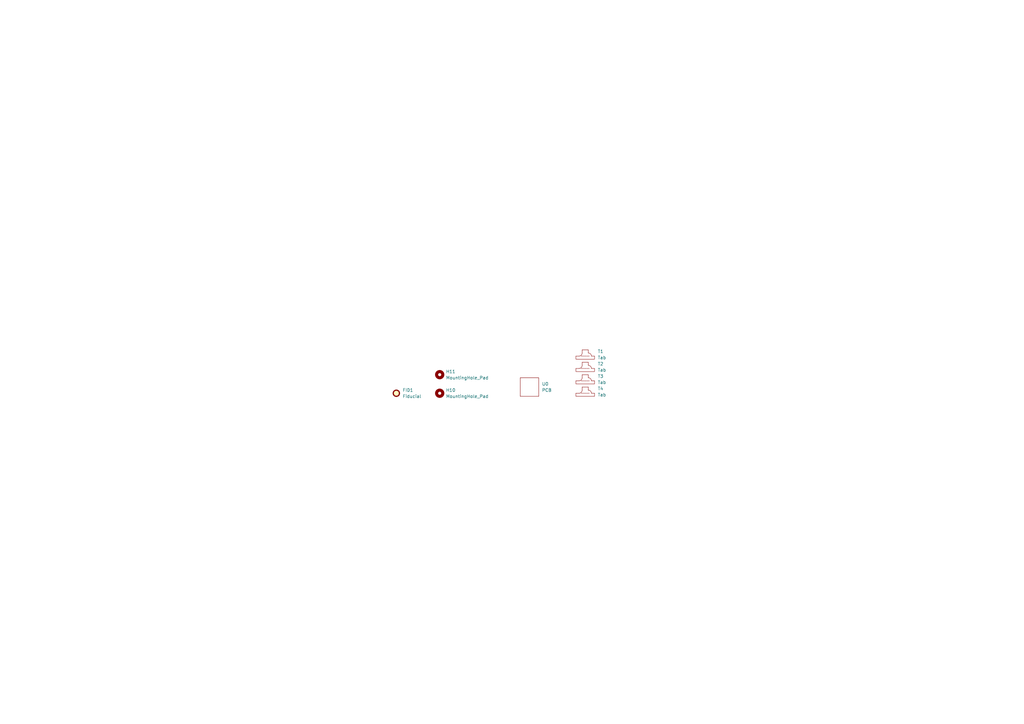
<source format=kicad_sch>
(kicad_sch (version 20250114) (generator "eeschema") (generator_version "9.0")
  (paper "A3")
  (title_block (title "${TITLE}") (date "2025-09-02") (rev "${REVISION}") (company "${COMPANY}") (comment 1 "${COMMENT1}"))
  (lib_symbols
    (symbol "Mad_Symbols:PCB"
      (property "Reference" "U" (at -3.048 4.826 0))
      (property "Value" "PCB" (at 0 -4.826 0))
      (symbol "PCB_0_1"
        (rectangle (start -3.81 3.81) (end 3.81 -3.81))
      )
    )
    (symbol "Mechanical:Fiducial"
      (property "Reference" "FID" (at 0 5.08 0))
      (property "Value" "Fiducial" (at 0 3.175 0))
      (symbol "Fiducial_0_1"
        (circle (center 0 0) (radius 1.27) (stroke (width 0.508)) (fill (type background)))
      )
    )
    (symbol "Mechanical:MountingHole" (pin_names (offset 1.016))
      (property "Reference" "H" (at 0 5.08 0))
      (property "Value" "MountingHole" (at 0 3.175 0))
      (symbol "MountingHole_0_1"
        (circle (center 0 0) (radius 1.27) (stroke (width 1.27)))
      )
    )
    (symbol "kikit:Tab" (in_bom no)
      (property "Reference" "T" (at 0 3.81 0))
      (property "Value" "Tab" (at 0 -2.54 0))
      (symbol "Tab_0_1"
        (polyline (pts (xy -3.81 0) (xy -2.54 0)) (stroke (width 0.1524)))
        (polyline (pts (xy -3.81 0) (xy -3.81 -1.27) (xy 3.81 -1.27) (xy 3.81 0)) (stroke (width 0.1524)))
        (arc (start -1.27 1.27) (mid -1.642 0.372) (end -2.54 0) (stroke (width 0.1524)))
        (circle (center -1.524 0) (radius 0.0762) (stroke (width 0.1524)))
        (polyline (pts (xy -1.27 1.27) (xy -1.27 2.54)) (stroke (width 0.1524)))
        (circle (center -1.016 0) (radius 0.0762) (stroke (width 0.1524)))
        (circle (center -0.508 0) (radius 0.0762) (stroke (width 0.1524)))
        (circle (center 0 0) (radius 0.0762) (stroke (width 0.1524)))
        (circle (center 0.508 0) (radius 0.0762) (stroke (width 0.1524)))
        (circle (center 1.016 0) (radius 0.0762) (stroke (width 0.1524)))
        (polyline (pts (xy 1.27 2.54) (xy -1.27 2.54)) (stroke (width 0.1524)))
        (polyline (pts (xy 1.27 1.27) (xy 1.27 2.54)) (stroke (width 0.1524)))
        (arc (start 1.27 1.27) (mid 2.168 0.898) (end 2.54 0) (stroke (width 0.1524)))
        (circle (center 1.524 0) (radius 0.0762) (stroke (width 0.1524)))
        (polyline (pts (xy 2.54 0) (xy 3.81 0)) (stroke (width 0.1524)))
      )
    )
  )
  (symbol (lib_id "kikit:Tab") (at 240.03 156.21 0) (unit 1) (in_bom no)
    (property "Reference" "T3" (at 245.11 154.3049 0) (effects (justify left)))
    (property "Value" "Tab" (at 245.11 156.8449 0) (effects (justify left)))
    (property "Footprint" "kikit:Tab" (effects (hide yes)))
    (property "Description" "KiKit tab annotations" (effects (hide yes)))
  )
  (symbol (lib_id "Mechanical:MountingHole") (at 180.34 153.67 0) (unit 1) (in_bom no)
    (property "Reference" "H11" (at 182.88 152.3999 0) (effects (justify left)))
    (property "Value" "MountingHole_Pad" (at 182.88 154.9399 0) (effects (justify left)))
    (property "Footprint" "MountingHole:MountingHole_3.2mm_M3" (effects (hide yes)))
    (property "Description" "Mounting Hole without connection" (effects (hide yes)))
  )
  (symbol (lib_id "Mechanical:Fiducial") (at 162.56 161.29 0) (unit 1) (in_bom no)
    (property "Reference" "FID1" (at 165.1 160.0199 0) (effects (justify left)))
    (property "Value" "Fiducial" (at 165.1 162.5599 0) (effects (justify left)))
    (property "Footprint" "Fiducial:Fiducial_0.75mm_Mask1.5mm" (effects (hide yes)))
    (property "Description" "Fiducial Marker" (effects (hide yes)))
  )
  (symbol (lib_id "Mad_Symbols:PCB") (at 217.17 158.75 0) (unit 1) (in_bom no)
    (property "Reference" "U0" (at 222.25 157.4799 0) (effects (justify left)))
    (property "Value" "PCB" (at 222.25 160.0199 0) (effects (justify left)))
    (property "Footprint" "Mad_Footprints:BOM" (effects (hide yes)))
  )
  (symbol (lib_id "kikit:Tab") (at 240.03 151.13 0) (unit 1) (in_bom no)
    (property "Reference" "T2" (at 245.11 149.2249 0) (effects (justify left)))
    (property "Value" "Tab" (at 245.11 151.7649 0) (effects (justify left)))
    (property "Footprint" "kikit:Tab" (effects (hide yes)))
    (property "Description" "KiKit tab annotations" (effects (hide yes)))
  )
  (symbol (lib_id "kikit:Tab") (at 240.03 146.05 0) (unit 1) (in_bom no)
    (property "Reference" "T1" (at 245.11 144.1449 0) (effects (justify left)))
    (property "Value" "Tab" (at 245.11 146.6849 0) (effects (justify left)))
    (property "Footprint" "kikit:Tab" (effects (hide yes)))
    (property "Description" "KiKit tab annotations" (effects (hide yes)))
  )
  (symbol (lib_id "kikit:Tab") (at 240.03 161.29 0) (unit 1) (in_bom no)
    (property "Reference" "T4" (at 245.11 159.3849 0) (effects (justify left)))
    (property "Value" "Tab" (at 245.11 161.9249 0) (effects (justify left)))
    (property "Footprint" "kikit:Tab" (effects (hide yes)))
    (property "Description" "KiKit tab annotations" (effects (hide yes)))
  )
  (symbol (lib_id "Mechanical:MountingHole") (at 180.34 161.29 0) (unit 1) (in_bom no)
    (property "Reference" "H10" (at 182.88 160.0199 0) (effects (justify left)))
    (property "Value" "MountingHole_Pad" (at 182.88 162.5599 0) (effects (justify left)))
    (property "Footprint" "MountingHole:MountingHole_3.2mm_M3" (effects (hide yes)))
    (property "Description" "Mounting Hole without connection" (effects (hide yes)))
  )
)
</source>
